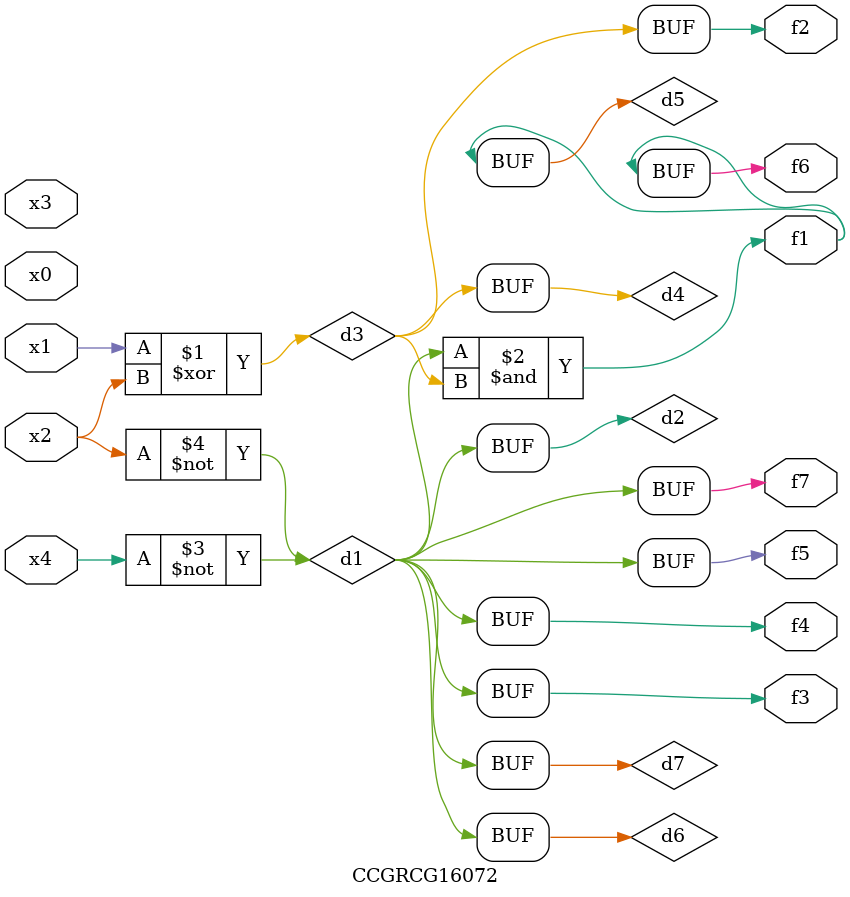
<source format=v>
module CCGRCG16072(
	input x0, x1, x2, x3, x4,
	output f1, f2, f3, f4, f5, f6, f7
);

	wire d1, d2, d3, d4, d5, d6, d7;

	not (d1, x4);
	not (d2, x2);
	xor (d3, x1, x2);
	buf (d4, d3);
	and (d5, d1, d3);
	buf (d6, d1, d2);
	buf (d7, d2);
	assign f1 = d5;
	assign f2 = d4;
	assign f3 = d7;
	assign f4 = d7;
	assign f5 = d7;
	assign f6 = d5;
	assign f7 = d7;
endmodule

</source>
